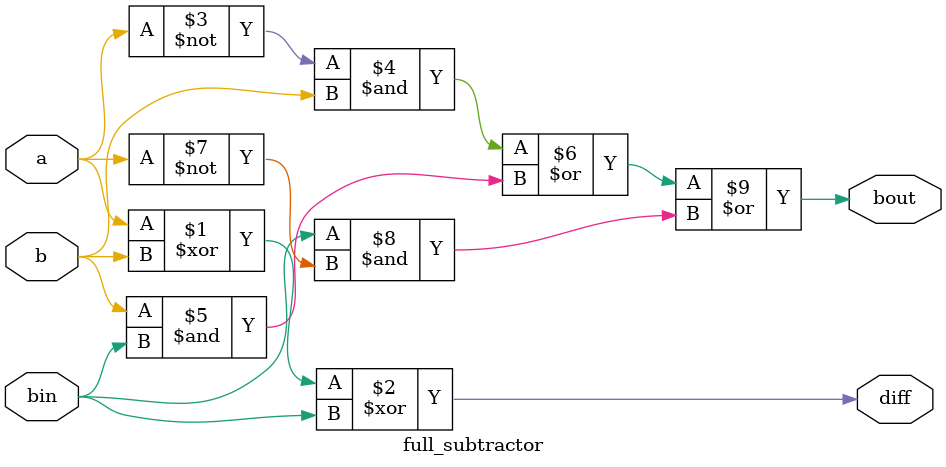
<source format=v>
module alu_sub (
    input [4:0] operand_a,
    input [4:0] operand_b,
    output [4:0] result,
    output borrow_out
);
    wire [4:0] borrow;

    // Full subtractor for bit 0
    full_subtractor fs0 (
        .a(operand_a[0]),
        .b(operand_b[0]),
        .bin(1'b0),
        .diff(result[0]),
        .bout(borrow[0])
    );

    // Full subtractor for bit 1
    full_subtractor fs1 (
        .a(operand_a[1]),
        .b(operand_b[1]),
        .bin(borrow[0]),
        .diff(result[1]),
        .bout(borrow[1])
    );

    // Full subtractor for bit 2
    full_subtractor fs2 (
        .a(operand_a[2]),
        .b(operand_b[2]),
        .bin(borrow[1]),
        .diff(result[2]),
        .bout(borrow[2])
    );

    // Full subtractor for bit 3
    full_subtractor fs3 (
        .a(operand_a[3]),
        .b(operand_b[3]),
        .bin(borrow[2]),
        .diff(result[3]),
        .bout(borrow[3])
    );

    // Full subtractor for bit 4
    full_subtractor fs4 (
        .a(operand_a[4]),
        .b(operand_b[4]),
        .bin(borrow[3]),
        .diff(result[4]),
        .bout(borrow_out)
    );

endmodule

module full_subtractor (
    input a,
    input b,
    input bin,
    output diff,
    output bout
);
    assign diff = a ^ b ^ bin;
    assign bout = (~a & b) | (b & bin) | (bin & ~a);
endmodule

</source>
